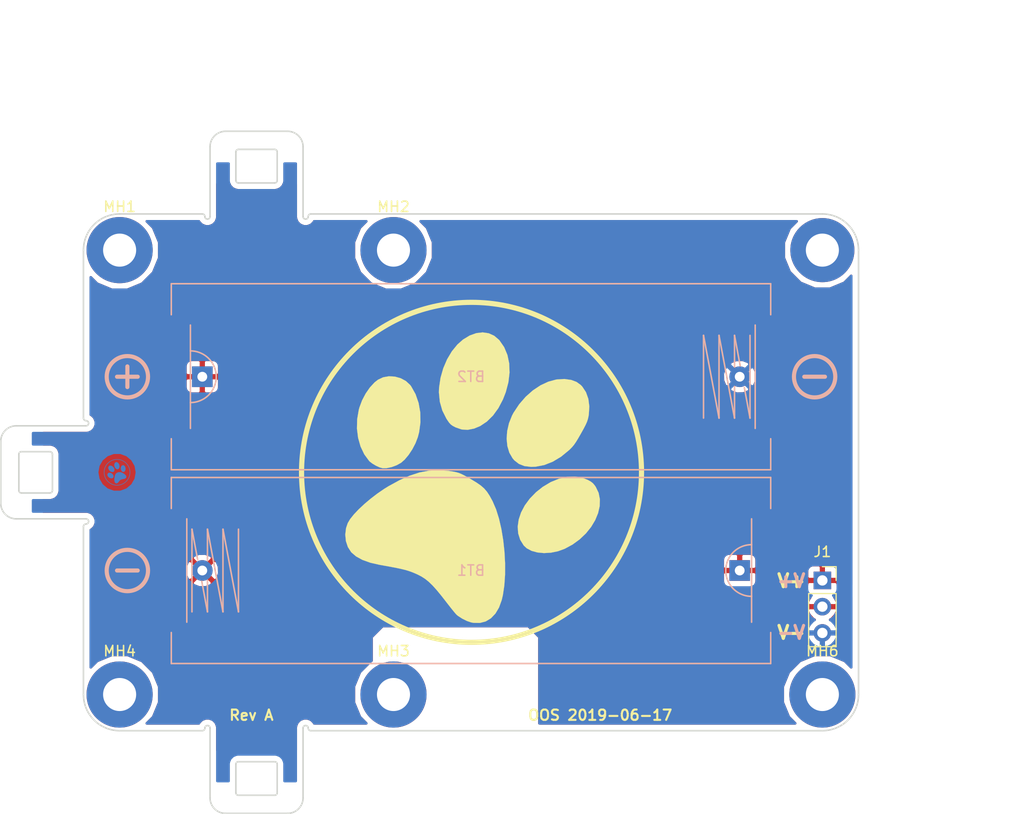
<source format=kicad_pcb>
(kicad_pcb (version 20171130) (host pcbnew "(5.0.0)")

  (general
    (thickness 1.6)
    (drawings 84)
    (tracks 0)
    (zones 0)
    (modules 11)
    (nets 4)
  )

  (page A4)
  (layers
    (0 F.Cu signal)
    (31 B.Cu signal)
    (32 B.Adhes user)
    (33 F.Adhes user)
    (34 B.Paste user)
    (35 F.Paste user)
    (36 B.SilkS user)
    (37 F.SilkS user)
    (38 B.Mask user)
    (39 F.Mask user)
    (40 Dwgs.User user)
    (41 Cmts.User user)
    (42 Eco1.User user)
    (43 Eco2.User user)
    (44 Edge.Cuts user)
    (45 Margin user)
    (46 B.CrtYd user)
    (47 F.CrtYd user)
    (48 B.Fab user)
    (49 F.Fab user)
  )

  (setup
    (last_trace_width 1)
    (trace_clearance 0.2)
    (zone_clearance 0.508)
    (zone_45_only no)
    (trace_min 0.2)
    (segment_width 0.2)
    (edge_width 0.15)
    (via_size 0.8)
    (via_drill 0.4)
    (via_min_size 0.4)
    (via_min_drill 0.3)
    (uvia_size 0.3)
    (uvia_drill 0.1)
    (uvias_allowed no)
    (uvia_min_size 0.2)
    (uvia_min_drill 0.1)
    (pcb_text_width 0.3)
    (pcb_text_size 1.5 1.5)
    (mod_edge_width 0.15)
    (mod_text_size 1 1)
    (mod_text_width 0.15)
    (pad_size 3.2 3.2)
    (pad_drill 3.2)
    (pad_to_mask_clearance 0.2)
    (solder_mask_min_width 0.25)
    (aux_axis_origin 0 0)
    (visible_elements 7FFFFFFF)
    (pcbplotparams
      (layerselection 0x010fc_ffffffff)
      (usegerberextensions false)
      (usegerberattributes false)
      (usegerberadvancedattributes false)
      (creategerberjobfile false)
      (excludeedgelayer true)
      (linewidth 0.100000)
      (plotframeref false)
      (viasonmask false)
      (mode 1)
      (useauxorigin false)
      (hpglpennumber 1)
      (hpglpenspeed 20)
      (hpglpendiameter 15.000000)
      (psnegative false)
      (psa4output false)
      (plotreference true)
      (plotvalue true)
      (plotinvisibletext false)
      (padsonsilk false)
      (subtractmaskfromsilk false)
      (outputformat 1)
      (mirror false)
      (drillshape 1)
      (scaleselection 1)
      (outputdirectory ""))
  )

  (net 0 "")
  (net 1 /V_MID)
  (net 2 /V_BAT)
  (net 3 /GND)

  (net_class Default "This is the default net class."
    (clearance 0.2)
    (trace_width 1)
    (via_dia 0.8)
    (via_drill 0.4)
    (uvia_dia 0.3)
    (uvia_drill 0.1)
    (add_net /GND)
    (add_net /V_BAT)
    (add_net /V_MID)
  )

  (module MountingHole:MountingHole_3.2mm_M3_Pad locked (layer F.Cu) (tedit 56D1B4CB) (tstamp 5CFA65DF)
    (at 33.5 53.5)
    (descr "Mounting Hole 3.2mm, M3")
    (tags "mounting hole 3.2mm m3")
    (path /5CF4DA0D)
    (attr virtual)
    (fp_text reference MH1 (at 0 -4.2) (layer F.SilkS)
      (effects (font (size 1 1) (thickness 0.15)))
    )
    (fp_text value "MountingHole M3" (at 0 4.2) (layer F.Fab)
      (effects (font (size 1 1) (thickness 0.15)))
    )
    (fp_circle (center 0 0) (end 3.45 0) (layer F.CrtYd) (width 0.05))
    (fp_circle (center 0 0) (end 3.2 0) (layer Cmts.User) (width 0.15))
    (fp_text user %R (at 0.3 0) (layer F.Fab)
      (effects (font (size 1 1) (thickness 0.15)))
    )
    (pad 1 thru_hole circle (at 0 0) (size 6.4 6.4) (drill 3.2) (layers *.Cu *.Mask))
  )

  (module MountingHole:MountingHole_3.2mm_M3_Pad locked (layer F.Cu) (tedit 56D1B4CB) (tstamp 5CFA65FC)
    (at 60 53.5)
    (descr "Mounting Hole 3.2mm, M3")
    (tags "mounting hole 3.2mm m3")
    (path /5CF4DA9E)
    (attr virtual)
    (fp_text reference MH2 (at 0 -4.2) (layer F.SilkS)
      (effects (font (size 1 1) (thickness 0.15)))
    )
    (fp_text value "MountingHole M3" (at 0 4.2) (layer F.Fab)
      (effects (font (size 1 1) (thickness 0.15)))
    )
    (fp_circle (center 0 0) (end 3.45 0) (layer F.CrtYd) (width 0.05))
    (fp_circle (center 0 0) (end 3.2 0) (layer Cmts.User) (width 0.15))
    (fp_text user %R (at 0.3 0) (layer F.Fab)
      (effects (font (size 1 1) (thickness 0.15)))
    )
    (pad 1 thru_hole circle (at 0 0) (size 6.4 6.4) (drill 3.2) (layers *.Cu *.Mask))
  )

  (module MountingHole:MountingHole_3.2mm_M3_Pad locked (layer F.Cu) (tedit 56D1B4CB) (tstamp 5CF44307)
    (at 60 96.5)
    (descr "Mounting Hole 3.2mm, M3")
    (tags "mounting hole 3.2mm m3")
    (path /5CF4DABE)
    (attr virtual)
    (fp_text reference MH3 (at 0 -4.2) (layer F.SilkS)
      (effects (font (size 1 1) (thickness 0.15)))
    )
    (fp_text value "MountingHole M3" (at 0 4.2) (layer F.Fab)
      (effects (font (size 1 1) (thickness 0.15)))
    )
    (fp_circle (center 0 0) (end 3.45 0) (layer F.CrtYd) (width 0.05))
    (fp_circle (center 0 0) (end 3.2 0) (layer Cmts.User) (width 0.15))
    (fp_text user %R (at 0.3 0) (layer F.Fab)
      (effects (font (size 1 1) (thickness 0.15)))
    )
    (pad 1 thru_hole circle (at 0 0) (size 6.4 6.4) (drill 3.2) (layers *.Cu *.Mask))
  )

  (module MountingHole:MountingHole_3.2mm_M3_Pad locked (layer F.Cu) (tedit 56D1B4CB) (tstamp 5CF51741)
    (at 33.5 96.5)
    (descr "Mounting Hole 3.2mm, M3")
    (tags "mounting hole 3.2mm m3")
    (path /5CF4DAE2)
    (attr virtual)
    (fp_text reference MH4 (at 0 -4.2) (layer F.SilkS)
      (effects (font (size 1 1) (thickness 0.15)))
    )
    (fp_text value "MountingHole M3" (at 0 4.2) (layer F.Fab)
      (effects (font (size 1 1) (thickness 0.15)))
    )
    (fp_circle (center 0 0) (end 3.45 0) (layer F.CrtYd) (width 0.05))
    (fp_circle (center 0 0) (end 3.2 0) (layer Cmts.User) (width 0.15))
    (fp_text user %R (at 0.3 0) (layer F.Fab)
      (effects (font (size 1 1) (thickness 0.15)))
    )
    (pad 1 thru_hole circle (at 0 0) (size 6.4 6.4) (drill 3.2) (layers *.Cu *.Mask))
  )

  (module MountingHole:MountingHole_3.2mm_M3_Pad locked (layer F.Cu) (tedit 56D1B4CB) (tstamp 5CF51762)
    (at 101.5 96.5)
    (descr "Mounting Hole 3.2mm, M3")
    (tags "mounting hole 3.2mm m3")
    (path /5CF452BC)
    (attr virtual)
    (fp_text reference MH6 (at 0 -4.2) (layer F.SilkS)
      (effects (font (size 1 1) (thickness 0.15)))
    )
    (fp_text value "MountingHole M3" (at 0 4.2) (layer F.Fab)
      (effects (font (size 1 1) (thickness 0.15)))
    )
    (fp_circle (center 0 0) (end 3.45 0) (layer F.CrtYd) (width 0.05))
    (fp_circle (center 0 0) (end 3.2 0) (layer Cmts.User) (width 0.15))
    (fp_text user %R (at 0.3 0) (layer F.Fab)
      (effects (font (size 1 1) (thickness 0.15)))
    )
    (pad 1 thru_hole circle (at 0 0) (size 6.4 6.4) (drill 3.2) (layers *.Cu *.Mask))
  )

  (module humidity:MountingHole_3.2mm_M3 (layer F.Cu) (tedit 5D072701) (tstamp 5CF66D0C)
    (at 101.5 53.5)
    (descr "Mounting Hole 3.2mm, no annular, M3")
    (tags "mounting hole 3.2mm no annular m3")
    (path /5CF45294)
    (attr virtual)
    (fp_text reference MH5 (at 0 -4.2) (layer F.SilkS) hide
      (effects (font (size 1 1) (thickness 0.15)))
    )
    (fp_text value "MountingHole M3" (at 0 4.2) (layer F.Fab)
      (effects (font (size 1 1) (thickness 0.15)))
    )
    (fp_circle (center 0 0) (end 3.45 0) (layer F.CrtYd) (width 0.05))
    (fp_circle (center 0 0) (end 3.2 0) (layer Cmts.User) (width 0.15))
    (fp_text user %R (at 0.3 0) (layer F.Fab)
      (effects (font (size 1 1) (thickness 0.15)))
    )
    (pad "" np_thru_hole circle (at 0 0) (size 6.2 6.2) (drill 3.2) (layers *.Cu *.Mask))
  )

  (module humidity:AA_Battery_Holder (layer B.Cu) (tedit 5CF45011) (tstamp 5CF54BC8)
    (at 67.5 84.5 180)
    (path /5CF4D46F)
    (fp_text reference BT1 (at 0 0 180) (layer B.SilkS)
      (effects (font (size 1 1) (thickness 0.15)) (justify mirror))
    )
    (fp_text value Battery_Cell (at 0 -6.5 180) (layer B.Fab)
      (effects (font (size 1 1) (thickness 0.15)) (justify mirror))
    )
    (fp_line (start -28.5 8.5) (end 28.5 8.5) (layer B.Fab) (width 0.15))
    (fp_line (start -28.5 -8.5) (end 28.5 -8.5) (layer B.Fab) (width 0.15))
    (fp_line (start 28.5 -8.5) (end 28.5 8.5) (layer B.Fab) (width 0.15))
    (fp_line (start -28.5 8.5) (end -28.5 -8.5) (layer B.Fab) (width 0.15))
    (fp_circle (center -32.5 0) (end -30.5 0) (layer B.Fab) (width 0.15))
    (fp_line (start -32.5 1) (end -32.5 -1) (layer B.Fab) (width 0.15))
    (fp_line (start -31.5 0) (end -33.5 0) (layer B.Fab) (width 0.15))
    (fp_circle (center 32.5 0) (end 34.5 0) (layer B.Fab) (width 0.15))
    (fp_line (start 33.5 0) (end 31.5 0) (layer B.Fab) (width 0.15))
    (fp_line (start -29 9) (end 29 9) (layer B.SilkS) (width 0.15))
    (fp_line (start 29 9) (end 29 6) (layer B.SilkS) (width 0.15))
    (fp_line (start -29 9) (end -29 6) (layer B.SilkS) (width 0.15))
    (fp_line (start -29 -6) (end -29 -9) (layer B.SilkS) (width 0.15))
    (fp_line (start -29 -9) (end 29 -9) (layer B.SilkS) (width 0.15))
    (fp_line (start 29 -9) (end 29 -6) (layer B.SilkS) (width 0.15))
    (fp_line (start -27.15 5) (end -27.15 -5) (layer B.SilkS) (width 0.15))
    (fp_arc (start -27.15 0) (end -27.15 -2.5) (angle 180) (layer B.SilkS) (width 0.15))
    (fp_line (start 27.5 5) (end 27.5 -5) (layer B.SilkS) (width 0.15))
    (fp_line (start 27 4) (end 27 -4) (layer B.SilkS) (width 0.15))
    (fp_line (start 24 4) (end 24 -4) (layer B.SilkS) (width 0.15))
    (fp_line (start 22.5 4) (end 22.5 -4) (layer B.SilkS) (width 0.15))
    (fp_line (start 24 4) (end 22.5 -4) (layer B.SilkS) (width 0.15))
    (fp_line (start 25.5 4) (end 24 -4) (layer B.SilkS) (width 0.15))
    (fp_line (start -30 10) (end 30 10) (layer F.CrtYd) (width 0.15))
    (fp_line (start 30 10) (end 30 -10) (layer F.CrtYd) (width 0.15))
    (fp_line (start 30 -10) (end -30 -10) (layer F.CrtYd) (width 0.15))
    (fp_line (start -30 -10) (end -30 10) (layer F.CrtYd) (width 0.15))
    (fp_line (start 27 4) (end 26.45 1.05) (layer B.SilkS) (width 0.15))
    (fp_line (start 25.5 -4) (end 26.05 -1.05) (layer B.SilkS) (width 0.15))
    (fp_line (start 25.5 -4) (end 25.5 -0.95) (layer B.SilkS) (width 0.15))
    (fp_line (start 25.5 4) (end 25.5 0.95) (layer B.SilkS) (width 0.15))
    (pad 1 thru_hole rect (at -26 0 90) (size 2 2) (drill 0.95) (layers *.Cu *.Mask)
      (net 2 /V_BAT))
    (pad 2 thru_hole circle (at 26 0 90) (size 2 2) (drill 0.95) (layers *.Cu *.Mask)
      (net 1 /V_MID))
    (model "../lib/3d/Battery Holder.step"
      (at (xyz 0 0 0))
      (scale (xyz 1 1 1))
      (rotate (xyz 0 0 180))
    )
  )

  (module humidity:AA_Battery_Holder (layer B.Cu) (tedit 5CF45011) (tstamp 5CF54363)
    (at 67.5 65.75)
    (path /5CF4D50A)
    (fp_text reference BT2 (at 0 0) (layer B.SilkS)
      (effects (font (size 1 1) (thickness 0.15)) (justify mirror))
    )
    (fp_text value Battery_Cell (at 0 -6.5) (layer B.Fab)
      (effects (font (size 1 1) (thickness 0.15)) (justify mirror))
    )
    (fp_line (start -28.5 8.5) (end 28.5 8.5) (layer B.Fab) (width 0.15))
    (fp_line (start -28.5 -8.5) (end 28.5 -8.5) (layer B.Fab) (width 0.15))
    (fp_line (start 28.5 -8.5) (end 28.5 8.5) (layer B.Fab) (width 0.15))
    (fp_line (start -28.5 8.5) (end -28.5 -8.5) (layer B.Fab) (width 0.15))
    (fp_circle (center -32.5 0) (end -30.5 0) (layer B.Fab) (width 0.15))
    (fp_line (start -32.5 1) (end -32.5 -1) (layer B.Fab) (width 0.15))
    (fp_line (start -31.5 0) (end -33.5 0) (layer B.Fab) (width 0.15))
    (fp_circle (center 32.5 0) (end 34.5 0) (layer B.Fab) (width 0.15))
    (fp_line (start 33.5 0) (end 31.5 0) (layer B.Fab) (width 0.15))
    (fp_line (start -29 9) (end 29 9) (layer B.SilkS) (width 0.15))
    (fp_line (start 29 9) (end 29 6) (layer B.SilkS) (width 0.15))
    (fp_line (start -29 9) (end -29 6) (layer B.SilkS) (width 0.15))
    (fp_line (start -29 -6) (end -29 -9) (layer B.SilkS) (width 0.15))
    (fp_line (start -29 -9) (end 29 -9) (layer B.SilkS) (width 0.15))
    (fp_line (start 29 -9) (end 29 -6) (layer B.SilkS) (width 0.15))
    (fp_line (start -27.15 5) (end -27.15 -5) (layer B.SilkS) (width 0.15))
    (fp_arc (start -27.15 0) (end -27.15 -2.5) (angle 180) (layer B.SilkS) (width 0.15))
    (fp_line (start 27.5 5) (end 27.5 -5) (layer B.SilkS) (width 0.15))
    (fp_line (start 27 4) (end 27 -4) (layer B.SilkS) (width 0.15))
    (fp_line (start 24 4) (end 24 -4) (layer B.SilkS) (width 0.15))
    (fp_line (start 22.5 4) (end 22.5 -4) (layer B.SilkS) (width 0.15))
    (fp_line (start 24 4) (end 22.5 -4) (layer B.SilkS) (width 0.15))
    (fp_line (start 25.5 4) (end 24 -4) (layer B.SilkS) (width 0.15))
    (fp_line (start -30 10) (end 30 10) (layer F.CrtYd) (width 0.15))
    (fp_line (start 30 10) (end 30 -10) (layer F.CrtYd) (width 0.15))
    (fp_line (start 30 -10) (end -30 -10) (layer F.CrtYd) (width 0.15))
    (fp_line (start -30 -10) (end -30 10) (layer F.CrtYd) (width 0.15))
    (fp_line (start 27 4) (end 26.45 1.05) (layer B.SilkS) (width 0.15))
    (fp_line (start 25.5 -4) (end 26.05 -1.05) (layer B.SilkS) (width 0.15))
    (fp_line (start 25.5 -4) (end 25.5 -0.95) (layer B.SilkS) (width 0.15))
    (fp_line (start 25.5 4) (end 25.5 0.95) (layer B.SilkS) (width 0.15))
    (pad 1 thru_hole rect (at -26 0 270) (size 2 2) (drill 0.95) (layers *.Cu *.Mask)
      (net 1 /V_MID))
    (pad 2 thru_hole circle (at 26 0 270) (size 2 2) (drill 0.95) (layers *.Cu *.Mask)
      (net 3 /GND))
    (model "../lib/3d/Battery Holder.step"
      (at (xyz 0 0 0))
      (scale (xyz 1 1 1))
      (rotate (xyz 0 0 180))
    )
  )

  (module Connector_PinSocket_2.54mm:PinSocket_1x03_P2.54mm_Vertical (layer F.Cu) (tedit 5A19A429) (tstamp 5CF5150F)
    (at 101.5 85.46)
    (descr "Through hole straight socket strip, 1x03, 2.54mm pitch, single row (from Kicad 4.0.7), script generated")
    (tags "Through hole socket strip THT 1x03 2.54mm single row")
    (path /5CF4D605)
    (fp_text reference J1 (at 0 -2.77) (layer F.SilkS)
      (effects (font (size 1 1) (thickness 0.15)))
    )
    (fp_text value Conn_01x03_Male (at 0 7.85) (layer F.Fab)
      (effects (font (size 1 1) (thickness 0.15)))
    )
    (fp_text user %R (at 0 2.54 90) (layer F.Fab)
      (effects (font (size 1 1) (thickness 0.15)))
    )
    (fp_line (start -1.8 6.85) (end -1.8 -1.8) (layer F.CrtYd) (width 0.05))
    (fp_line (start 1.75 6.85) (end -1.8 6.85) (layer F.CrtYd) (width 0.05))
    (fp_line (start 1.75 -1.8) (end 1.75 6.85) (layer F.CrtYd) (width 0.05))
    (fp_line (start -1.8 -1.8) (end 1.75 -1.8) (layer F.CrtYd) (width 0.05))
    (fp_line (start 0 -1.33) (end 1.33 -1.33) (layer F.SilkS) (width 0.12))
    (fp_line (start 1.33 -1.33) (end 1.33 0) (layer F.SilkS) (width 0.12))
    (fp_line (start 1.33 1.27) (end 1.33 6.41) (layer F.SilkS) (width 0.12))
    (fp_line (start -1.33 6.41) (end 1.33 6.41) (layer F.SilkS) (width 0.12))
    (fp_line (start -1.33 1.27) (end -1.33 6.41) (layer F.SilkS) (width 0.12))
    (fp_line (start -1.33 1.27) (end 1.33 1.27) (layer F.SilkS) (width 0.12))
    (fp_line (start -1.27 6.35) (end -1.27 -1.27) (layer F.Fab) (width 0.1))
    (fp_line (start 1.27 6.35) (end -1.27 6.35) (layer F.Fab) (width 0.1))
    (fp_line (start 1.27 -0.635) (end 1.27 6.35) (layer F.Fab) (width 0.1))
    (fp_line (start 0.635 -1.27) (end 1.27 -0.635) (layer F.Fab) (width 0.1))
    (fp_line (start -1.27 -1.27) (end 0.635 -1.27) (layer F.Fab) (width 0.1))
    (pad 3 thru_hole oval (at 0 5.08) (size 1.7 1.7) (drill 1) (layers *.Cu *.Mask)
      (net 3 /GND))
    (pad 2 thru_hole oval (at 0 2.54) (size 1.7 1.7) (drill 1) (layers *.Cu *.Mask)
      (net 1 /V_MID))
    (pad 1 thru_hole rect (at 0 0) (size 1.7 1.7) (drill 1) (layers *.Cu *.Mask)
      (net 2 /V_BAT))
    (model ${KISYS3DMOD}/Connector_PinSocket_2.54mm.3dshapes/PinSocket_1x03_P2.54mm_Vertical.wrl
      (at (xyz 0 0 0))
      (scale (xyz 1 1 1))
      (rotate (xyz 0 0 0))
    )
  )

  (module humidity:paw-larger-screen (layer F.Cu) (tedit 0) (tstamp 5CF50D37)
    (at 67.5 75 330)
    (fp_text reference G*** (at 0 0 330) (layer F.SilkS) hide
      (effects (font (size 1.524 1.524) (thickness 0.3)))
    )
    (fp_text value LOGO (at 0.75 0 330) (layer F.SilkS) hide
      (effects (font (size 1.524 1.524) (thickness 0.3)))
    )
    (fp_poly (pts (xy 4.963449 -12.63188) (xy 5.174383 -12.570315) (xy 5.761268 -12.276832) (xy 6.283354 -11.830736)
      (xy 6.726656 -11.247728) (xy 7.077189 -10.54351) (xy 7.146823 -10.355728) (xy 7.222677 -10.109436)
      (xy 7.275373 -9.854222) (xy 7.309231 -9.54946) (xy 7.328572 -9.154529) (xy 7.337714 -8.628804)
      (xy 7.338332 -8.554862) (xy 7.338937 -8.018582) (xy 7.32836 -7.613733) (xy 7.302231 -7.2955)
      (xy 7.256182 -7.019067) (xy 7.185846 -6.739618) (xy 7.149219 -6.614584) (xy 6.795096 -5.673124)
      (xy 6.337754 -4.848987) (xy 5.785939 -4.154128) (xy 5.148396 -3.600498) (xy 4.771465 -3.36442)
      (xy 4.178274 -3.110268) (xy 3.61456 -3.022604) (xy 3.059188 -3.099536) (xy 2.804273 -3.188207)
      (xy 2.26183 -3.501561) (xy 1.776918 -3.959916) (xy 1.363534 -4.537773) (xy 1.035674 -5.209633)
      (xy 0.807333 -5.949996) (xy 0.692509 -6.733365) (xy 0.681496 -7.055556) (xy 0.743869 -8.040652)
      (xy 0.926449 -8.981526) (xy 1.219211 -9.858333) (xy 1.612128 -10.651228) (xy 2.095176 -11.340366)
      (xy 2.658329 -11.9059) (xy 3.291562 -12.327987) (xy 3.363135 -12.36387) (xy 3.944429 -12.594056)
      (xy 4.466077 -12.682049) (xy 4.963449 -12.63188)) (layer F.SilkS) (width 0.01))
    (fp_poly (pts (xy -4.056889 -12.457072) (xy -3.99769 -12.437182) (xy -3.275127 -12.093377) (xy -2.627618 -11.60044)
      (xy -2.0639 -10.971634) (xy -1.59271 -10.220224) (xy -1.222786 -9.359474) (xy -0.962864 -8.402648)
      (xy -0.848084 -7.655612) (xy -0.810066 -6.704052) (xy -0.903785 -5.820453) (xy -1.125061 -5.020719)
      (xy -1.469712 -4.320755) (xy -1.858014 -3.814538) (xy -2.335703 -3.398123) (xy -2.854964 -3.140425)
      (xy -3.451816 -3.023866) (xy -3.482944 -3.021526) (xy -3.774067 -3.009033) (xy -4.001553 -3.030097)
      (xy -4.227265 -3.100005) (xy -4.513067 -3.234049) (xy -4.668625 -3.314576) (xy -5.393101 -3.791024)
      (xy -6.028262 -4.407272) (xy -6.554194 -5.142119) (xy -6.774193 -5.556251) (xy -7.126785 -6.450047)
      (xy -7.359825 -7.37737) (xy -7.471467 -8.307881) (xy -7.459862 -9.211241) (xy -7.323163 -10.057112)
      (xy -7.090356 -10.747108) (xy -6.729388 -11.402492) (xy -6.292355 -11.919677) (xy -5.792922 -12.291196)
      (xy -5.244756 -12.509581) (xy -4.661523 -12.567362) (xy -4.056889 -12.457072)) (layer F.SilkS) (width 0.01))
    (fp_poly (pts (xy 10.750894 -4.983857) (xy 11.015912 -4.886) (xy 11.165793 -4.813056) (xy 11.68858 -4.454418)
      (xy 12.106681 -3.975259) (xy 12.418979 -3.394888) (xy 12.624357 -2.732612) (xy 12.721696 -2.00774)
      (xy 12.709879 -1.239579) (xy 12.587787 -0.447437) (xy 12.354303 0.349378) (xy 12.008309 1.131558)
      (xy 11.552951 1.873806) (xy 11.102202 2.411248) (xy 10.582034 2.870319) (xy 10.019199 3.238312)
      (xy 9.440448 3.502514) (xy 8.872534 3.650218) (xy 8.342207 3.668714) (xy 7.960026 3.580811)
      (xy 7.384242 3.272596) (xy 6.910474 2.837534) (xy 6.542345 2.292576) (xy 6.283478 1.654676)
      (xy 6.137497 0.940785) (xy 6.108026 0.167856) (xy 6.198686 -0.647159) (xy 6.413103 -1.487307)
      (xy 6.713974 -2.248959) (xy 7.15276 -3.039313) (xy 7.675904 -3.715408) (xy 8.267357 -4.264266)
      (xy 8.911073 -4.672905) (xy 9.591002 -4.928348) (xy 10.130968 -5.012588) (xy 10.483434 -5.020746)
      (xy 10.750894 -4.983857)) (layer F.SilkS) (width 0.01))
    (fp_poly (pts (xy -9.325255 -4.377981) (xy -9.183395 -4.318128) (xy -8.426367 -3.867746) (xy -7.740618 -3.273354)
      (xy -7.144186 -2.558447) (xy -6.655107 -1.74652) (xy -6.291419 -0.861067) (xy -6.157081 -0.376092)
      (xy -6.05807 0.246261) (xy -6.029836 0.910526) (xy -6.069483 1.563261) (xy -6.174115 2.151026)
      (xy -6.316799 2.570238) (xy -6.568241 2.997143) (xy -6.904995 3.40257) (xy -7.279217 3.735984)
      (xy -7.605412 3.931378) (xy -7.889417 4.005809) (xy -8.266458 4.042893) (xy -8.663092 4.040512)
      (xy -9.00588 3.996548) (xy -9.089633 3.974175) (xy -9.820363 3.652844) (xy -10.505881 3.179071)
      (xy -11.127761 2.574597) (xy -11.66758 1.861163) (xy -12.106913 1.06051) (xy -12.427334 0.194378)
      (xy -12.488238 -0.036157) (xy -12.609899 -0.75937) (xy -12.639048 -1.504665) (xy -12.578805 -2.224281)
      (xy -12.432291 -2.870456) (xy -12.277735 -3.258209) (xy -11.959684 -3.714485) (xy -11.52522 -4.078934)
      (xy -11.009442 -4.339532) (xy -10.447455 -4.484255) (xy -9.874358 -4.501079) (xy -9.325255 -4.377981)) (layer F.SilkS) (width 0.01))
    (fp_poly (pts (xy 0.339799 0.577748) (xy 0.962634 0.590402) (xy 1.462602 0.631939) (xy 1.886047 0.71536)
      (xy 2.279311 0.853665) (xy 2.688737 1.059856) (xy 3.160669 1.346934) (xy 3.221959 1.386312)
      (xy 3.892994 1.886712) (xy 4.590818 2.529725) (xy 5.296218 3.288169) (xy 5.989978 4.134857)
      (xy 6.652884 5.042605) (xy 7.265723 5.984227) (xy 7.809278 6.93254) (xy 8.264337 7.860357)
      (xy 8.611685 8.740494) (xy 8.755335 9.215047) (xy 8.890324 9.972674) (xy 8.881614 10.658829)
      (xy 8.733578 11.263595) (xy 8.450591 11.777053) (xy 8.037026 12.189285) (xy 7.497258 12.490373)
      (xy 7.276365 12.568577) (xy 6.851906 12.653621) (xy 6.352179 12.685837) (xy 5.865088 12.661539)
      (xy 5.692595 12.634999) (xy 5.54209 12.588847) (xy 5.267279 12.488786) (xy 4.901205 12.347431)
      (xy 4.476914 12.177401) (xy 4.248448 12.083582) (xy 3.464425 11.766501) (xy 2.806048 11.520273)
      (xy 2.245938 11.33912) (xy 1.756713 11.217264) (xy 1.310991 11.148925) (xy 0.881391 11.128326)
      (xy 0.440533 11.149689) (xy 0.04164 11.195813) (xy -0.23626 11.238643) (xy -0.509382 11.29238)
      (xy -0.802193 11.364447) (xy -1.139158 11.462267) (xy -1.544743 11.593263) (xy -2.043416 11.764859)
      (xy -2.659643 11.984477) (xy -3.185619 12.174966) (xy -4.06449 12.445983) (xy -4.858326 12.590594)
      (xy -5.557228 12.607771) (xy -6.151296 12.496487) (xy -6.182237 12.4861) (xy -6.703823 12.217663)
      (xy -7.159242 11.811287) (xy -7.523808 11.300086) (xy -7.772834 10.717173) (xy -7.872541 10.218809)
      (xy -7.866825 9.768041) (xy -7.780504 9.197435) (xy -7.623126 8.536657) (xy -7.40424 7.815376)
      (xy -7.133395 7.06326) (xy -6.820142 6.309977) (xy -6.474029 5.585194) (xy -6.242794 5.155488)
      (xy -5.610259 4.117593) (xy -4.970727 3.238599) (xy -4.305618 2.50143) (xy -3.596355 1.889011)
      (xy -2.824356 1.384263) (xy -1.971043 0.970111) (xy -1.486622 0.784037) (xy -1.225363 0.698341)
      (xy -0.982117 0.639532) (xy -0.715344 0.602919) (xy -0.383506 0.58381) (xy 0.054937 0.577513)
      (xy 0.339799 0.577748)) (layer F.SilkS) (width 0.01))
  )

  (module humidity:paw-cu-circ (layer B.Cu) (tedit 0) (tstamp 5CF50E4D)
    (at 33.25 75 210)
    (fp_text reference G*** (at 0 0 210) (layer B.SilkS) hide
      (effects (font (size 1.524 1.524) (thickness 0.3)) (justify mirror))
    )
    (fp_text value LOGO (at 0.75 0 210) (layer B.SilkS) hide
      (effects (font (size 1.524 1.524) (thickness 0.3)) (justify mirror))
    )
    (fp_circle (center 0 0) (end -1.25 0) (layer B.Cu) (width 0.05))
    (fp_poly (pts (xy 1.4 0) (xy 1.373099 0.273126) (xy 1.293431 0.535757) (xy 1.164057 0.777798)
      (xy 0.989949 0.989949) (xy 0.777798 1.164057) (xy 0.535757 1.293431) (xy 0.273126 1.373099)
      (xy 0 1.4) (xy -0.273126 1.373099) (xy -0.535757 1.293431) (xy -0.777798 1.164057)
      (xy -0.989949 0.989949) (xy -1.164057 0.777798) (xy -1.293431 0.535757) (xy -1.373099 0.273126)
      (xy -1.4 0) (xy -1.373099 -0.273126) (xy -1.293431 -0.535757) (xy -1.164057 -0.777798)
      (xy -0.989949 -0.989949) (xy -0.777798 -1.164057) (xy -0.535757 -1.293431) (xy -0.273126 -1.373099)
      (xy 0 -1.4) (xy 0.273126 -1.373099) (xy 0.535757 -1.293431) (xy 0.777798 -1.164057)
      (xy 0.989949 -0.989949) (xy 1.164057 -0.777798) (xy 1.293431 -0.535757) (xy 1.373099 -0.273126)) (layer B.Mask) (width 0.01))
    (fp_poly (pts (xy 0.371017 0.909496) (xy 0.386785 0.905063) (xy 0.430654 0.883932) (xy 0.46968 0.851813)
      (xy 0.502817 0.809837) (xy 0.529019 0.759133) (xy 0.534225 0.745613) (xy 0.539895 0.72788)
      (xy 0.543834 0.709504) (xy 0.546365 0.687562) (xy 0.54781 0.659127) (xy 0.548494 0.621274)
      (xy 0.54854 0.61595) (xy 0.548585 0.577338) (xy 0.547794 0.548189) (xy 0.545841 0.525276)
      (xy 0.542399 0.505373) (xy 0.537141 0.485253) (xy 0.534404 0.47625) (xy 0.507933 0.408465)
      (xy 0.473747 0.349128) (xy 0.432498 0.299098) (xy 0.384842 0.259236) (xy 0.356667 0.242239)
      (xy 0.312326 0.22394) (xy 0.270188 0.217628) (xy 0.228674 0.223167) (xy 0.209619 0.229551)
      (xy 0.169071 0.252113) (xy 0.132824 0.285114) (xy 0.101924 0.32672) (xy 0.077416 0.375094)
      (xy 0.060348 0.4284) (xy 0.051765 0.484803) (xy 0.050941 0.508) (xy 0.055604 0.578927)
      (xy 0.069252 0.64667) (xy 0.091136 0.7098) (xy 0.120506 0.766889) (xy 0.156614 0.816507)
      (xy 0.19871 0.857225) (xy 0.246044 0.887616) (xy 0.251394 0.890199) (xy 0.294846 0.906773)
      (xy 0.333839 0.913108) (xy 0.371017 0.909496)) (layer B.Cu) (width 0.01))
    (fp_poly (pts (xy -0.303253 0.89691) (xy -0.298828 0.895478) (xy -0.244816 0.870724) (xy -0.196415 0.835232)
      (xy -0.154277 0.789958) (xy -0.119056 0.735857) (xy -0.091404 0.673883) (xy -0.071975 0.604991)
      (xy -0.063395 0.551205) (xy -0.060553 0.482692) (xy -0.067558 0.419073) (xy -0.084099 0.361492)
      (xy -0.109861 0.311095) (xy -0.138887 0.274647) (xy -0.174594 0.244665) (xy -0.213409 0.226111)
      (xy -0.258024 0.217719) (xy -0.26035 0.21755) (xy -0.282112 0.216651) (xy -0.299117 0.218167)
      (xy -0.315989 0.223201) (xy -0.337352 0.232852) (xy -0.34898 0.23865) (xy -0.403135 0.272954)
      (xy -0.450613 0.317324) (xy -0.489926 0.370233) (xy -0.506371 0.40005) (xy -0.532728 0.464404)
      (xy -0.550147 0.531171) (xy -0.558493 0.598168) (xy -0.557625 0.66321) (xy -0.547407 0.724113)
      (xy -0.530005 0.773792) (xy -0.503022 0.82098) (xy -0.470354 0.858217) (xy -0.433021 0.884967)
      (xy -0.392046 0.90069) (xy -0.348449 0.904851) (xy -0.303253 0.89691)) (layer B.Cu) (width 0.01))
    (fp_poly (pts (xy 0.803629 0.358838) (xy 0.823439 0.351792) (xy 0.834643 0.34654) (xy 0.873721 0.320719)
      (xy 0.904974 0.286219) (xy 0.928318 0.244432) (xy 0.94367 0.196749) (xy 0.950946 0.144558)
      (xy 0.950063 0.08925) (xy 0.940937 0.032216) (xy 0.923484 -0.025155) (xy 0.897621 -0.081472)
      (xy 0.863583 -0.134914) (xy 0.829889 -0.173609) (xy 0.791007 -0.206663) (xy 0.748935 -0.233158)
      (xy 0.705673 -0.252181) (xy 0.663221 -0.262815) (xy 0.62358 -0.264147) (xy 0.595011 -0.257818)
      (xy 0.551972 -0.235626) (xy 0.516557 -0.204302) (xy 0.48904 -0.165065) (xy 0.46969 -0.119136)
      (xy 0.458777 -0.067736) (xy 0.456574 -0.012085) (xy 0.463351 0.046596) (xy 0.479379 0.107087)
      (xy 0.501869 0.161925) (xy 0.534668 0.218831) (xy 0.573773 0.26751) (xy 0.617984 0.307028)
      (xy 0.666102 0.33645) (xy 0.716927 0.354842) (xy 0.757289 0.360907) (xy 0.783636 0.361494)
      (xy 0.803629 0.358838)) (layer B.Cu) (width 0.01))
    (fp_poly (pts (xy -0.697063 0.315215) (xy -0.686459 0.310906) (xy -0.629871 0.278478) (xy -0.578612 0.235682)
      (xy -0.534028 0.184209) (xy -0.49747 0.12575) (xy -0.470284 0.061997) (xy -0.460242 0.027079)
      (xy -0.452841 -0.01773) (xy -0.450731 -0.065557) (xy -0.453694 -0.112554) (xy -0.461516 -0.154873)
      (xy -0.472181 -0.185057) (xy -0.490976 -0.215794) (xy -0.516149 -0.244985) (xy -0.544122 -0.26899)
      (xy -0.568505 -0.283059) (xy -0.589734 -0.288418) (xy -0.617918 -0.291088) (xy -0.647567 -0.290916)
      (xy -0.67319 -0.287751) (xy -0.67945 -0.28614) (xy -0.734073 -0.263004) (xy -0.785315 -0.228893)
      (xy -0.831801 -0.185371) (xy -0.872152 -0.134003) (xy -0.904992 -0.076356) (xy -0.928944 -0.013995)
      (xy -0.933496 0.002604) (xy -0.94259 0.054675) (xy -0.944769 0.108336) (xy -0.940266 0.160149)
      (xy -0.929314 0.206673) (xy -0.917761 0.234591) (xy -0.893987 0.267443) (xy -0.861511 0.293684)
      (xy -0.822956 0.312447) (xy -0.780948 0.322867) (xy -0.738109 0.324078) (xy -0.697063 0.315215)) (layer B.Cu) (width 0.01))
    (fp_poly (pts (xy 0.0254 -0.041597) (xy 0.071956 -0.042508) (xy 0.109329 -0.045499) (xy 0.140982 -0.051505)
      (xy 0.170378 -0.061463) (xy 0.200983 -0.076309) (xy 0.23626 -0.096979) (xy 0.240841 -0.099814)
      (xy 0.291001 -0.135843) (xy 0.343163 -0.18214) (xy 0.395892 -0.236748) (xy 0.44775 -0.297709)
      (xy 0.497303 -0.363067) (xy 0.543112 -0.430864) (xy 0.583743 -0.499142) (xy 0.617759 -0.565945)
      (xy 0.643723 -0.629315) (xy 0.654461 -0.663483) (xy 0.664551 -0.718032) (xy 0.6639 -0.767435)
      (xy 0.652835 -0.810978) (xy 0.631681 -0.847947) (xy 0.600767 -0.877628) (xy 0.56042 -0.899306)
      (xy 0.543908 -0.904937) (xy 0.51218 -0.91106) (xy 0.474825 -0.91338) (xy 0.438415 -0.91163)
      (xy 0.425521 -0.909719) (xy 0.414271 -0.906397) (xy 0.393729 -0.899192) (xy 0.366365 -0.889015)
      (xy 0.334649 -0.876772) (xy 0.317571 -0.870017) (xy 0.258965 -0.847188) (xy 0.209752 -0.829459)
      (xy 0.167883 -0.816416) (xy 0.131314 -0.807643) (xy 0.097996 -0.802722) (xy 0.065884 -0.801239)
      (xy 0.032929 -0.802777) (xy 0.003112 -0.806098) (xy -0.017661 -0.809182) (xy -0.038077 -0.813051)
      (xy -0.059964 -0.81824) (xy -0.085152 -0.825283) (xy -0.11547 -0.834714) (xy -0.152746 -0.847069)
      (xy -0.198809 -0.862882) (xy -0.238125 -0.876597) (xy -0.303821 -0.89611) (xy -0.36316 -0.906522)
      (xy -0.415403 -0.907759) (xy -0.45981 -0.899747) (xy -0.462123 -0.898999) (xy -0.501111 -0.879671)
      (xy -0.535154 -0.850412) (xy -0.562405 -0.813606) (xy -0.58102 -0.771636) (xy -0.588473 -0.735754)
      (xy -0.588046 -0.703299) (xy -0.581593 -0.662215) (xy -0.569829 -0.614639) (xy -0.553467 -0.562707)
      (xy -0.533222 -0.508554) (xy -0.509806 -0.454318) (xy -0.483934 -0.402133) (xy -0.466649 -0.371195)
      (xy -0.419367 -0.296466) (xy -0.371562 -0.233179) (xy -0.321845 -0.180103) (xy -0.268828 -0.136008)
      (xy -0.211121 -0.099666) (xy -0.147336 -0.069848) (xy -0.111125 -0.05645) (xy -0.091596 -0.05028)
      (xy -0.073414 -0.046046) (xy -0.053472 -0.04341) (xy -0.028668 -0.042034) (xy 0.004106 -0.04158)
      (xy 0.0254 -0.041597)) (layer B.Cu) (width 0.01))
  )

  (gr_line (start 41.5 100) (end 33.5 100) (layer Edge.Cuts) (width 0.15))
  (gr_arc (start 48.5 106) (end 48.5 106.25) (angle -90) (layer Edge.Cuts) (width 0.15) (tstamp 5CFA66B5))
  (gr_arc (start 48.5 103.25) (end 48.75 103.25) (angle -90) (layer Edge.Cuts) (width 0.15) (tstamp 5CFA66B4))
  (gr_arc (start 41.5 99.75) (end 41.5 100) (angle -90) (layer Edge.Cuts) (width 0.15) (tstamp 5CFA66B3))
  (gr_line (start 48.75 106) (end 48.75 103.25) (layer Edge.Cuts) (width 0.15) (tstamp 5CFA66B2))
  (gr_line (start 43.75 108) (end 49.75 108) (layer Edge.Cuts) (width 0.15) (tstamp 5CFA66B1))
  (gr_line (start 42.25 99.75) (end 42.25 106.5) (layer Edge.Cuts) (width 0.15) (tstamp 5CFA66B0))
  (gr_line (start 44.75 103.25) (end 44.75 106) (layer Edge.Cuts) (width 0.15) (tstamp 5CFA66AF))
  (gr_line (start 51.25 106.5) (end 51.25 99.75) (layer Edge.Cuts) (width 0.15) (tstamp 5CFA66AE))
  (gr_arc (start 45 103.25) (end 45 103) (angle -90) (layer Edge.Cuts) (width 0.15) (tstamp 5CFA66AD))
  (gr_line (start 48.5 103) (end 45 103) (layer Edge.Cuts) (width 0.15) (tstamp 5CFA66AC))
  (gr_arc (start 45 106) (end 44.75 106) (angle -90) (layer Edge.Cuts) (width 0.15) (tstamp 5CFA66AB))
  (gr_arc (start 49.75 106.5) (end 49.75 108) (angle -90) (layer Edge.Cuts) (width 0.15) (tstamp 5CFA66AA))
  (gr_arc (start 52 99.75) (end 51.75 99.75) (angle -90) (layer Edge.Cuts) (width 0.15) (tstamp 5CFA66A9))
  (gr_arc (start 43.75 106.5) (end 42.25 106.5) (angle -90) (layer Edge.Cuts) (width 0.15) (tstamp 5CFA66A8))
  (gr_arc (start 51.5 99.75) (end 51.75 99.75) (angle -180) (layer Edge.Cuts) (width 0.15) (tstamp 5CFA66A7))
  (gr_line (start 45 106.25) (end 48.5 106.25) (layer Edge.Cuts) (width 0.15) (tstamp 5CFA66A6))
  (gr_arc (start 42 99.75) (end 42.25 99.75) (angle -180) (layer Edge.Cuts) (width 0.15) (tstamp 5CFA66A5))
  (gr_line (start 41.5 50) (end 33.5 50) (layer Edge.Cuts) (width 0.15))
  (gr_arc (start 45 44) (end 45 43.75) (angle -90) (layer Edge.Cuts) (width 0.15) (tstamp 5CFA6469))
  (gr_arc (start 45 46.75) (end 44.75 46.75) (angle -90) (layer Edge.Cuts) (width 0.15) (tstamp 5CFA6468))
  (gr_arc (start 52 50.25) (end 52 50) (angle -90) (layer Edge.Cuts) (width 0.15) (tstamp 5CFA6467))
  (gr_line (start 44.75 44) (end 44.75 46.75) (layer Edge.Cuts) (width 0.15) (tstamp 5CFA6466))
  (gr_line (start 49.75 42) (end 43.75 42) (layer Edge.Cuts) (width 0.15) (tstamp 5CFA6465))
  (gr_line (start 51.25 50.25) (end 51.25 43.5) (layer Edge.Cuts) (width 0.15) (tstamp 5CFA6464))
  (gr_line (start 48.75 46.75) (end 48.75 44) (layer Edge.Cuts) (width 0.15) (tstamp 5CFA6463))
  (gr_line (start 42.25 43.5) (end 42.25 50.25) (layer Edge.Cuts) (width 0.15) (tstamp 5CFA6462))
  (gr_arc (start 48.5 46.75) (end 48.5 47) (angle -90) (layer Edge.Cuts) (width 0.15) (tstamp 5CFA6461))
  (gr_line (start 45 47) (end 48.5 47) (layer Edge.Cuts) (width 0.15) (tstamp 5CFA6460))
  (gr_arc (start 48.5 44) (end 48.75 44) (angle -90) (layer Edge.Cuts) (width 0.15) (tstamp 5CFA645F))
  (gr_arc (start 43.75 43.5) (end 43.75 42) (angle -90) (layer Edge.Cuts) (width 0.15) (tstamp 5CFA645E))
  (gr_arc (start 41.5 50.25) (end 41.75 50.25) (angle -90) (layer Edge.Cuts) (width 0.15) (tstamp 5CFA65AF))
  (gr_arc (start 49.75 43.5) (end 51.25 43.5) (angle -90) (layer Edge.Cuts) (width 0.15) (tstamp 5CFA645C))
  (gr_arc (start 42 50.25) (end 41.75 50.25) (angle -180) (layer Edge.Cuts) (width 0.15) (tstamp 5CFA645B))
  (gr_line (start 48.5 43.75) (end 45 43.75) (layer Edge.Cuts) (width 0.15) (tstamp 5CFA645A))
  (gr_arc (start 51.5 50.25) (end 51.25 50.25) (angle -180) (layer Edge.Cuts) (width 0.15) (tstamp 5CFA6459))
  (gr_arc (start 30.25 80.25) (end 30.25 80) (angle -90) (layer Edge.Cuts) (width 0.15) (tstamp 5CFA6397))
  (gr_arc (start 30.25 69.75) (end 30 69.75) (angle -90) (layer Edge.Cuts) (width 0.15) (tstamp 5CFA6379))
  (gr_arc (start 30.25 70.25) (end 30.25 70.5) (angle -180) (layer Edge.Cuts) (width 0.15) (tstamp 5CFA63A3))
  (gr_arc (start 30.25 79.75) (end 30.25 80) (angle -180) (layer Edge.Cuts) (width 0.15) (tstamp 5CFA639D))
  (gr_arc (start 26.75 76.75) (end 26.75 77) (angle -90) (layer Edge.Cuts) (width 0.15) (tstamp 5CFA6376))
  (gr_arc (start 24 76.75) (end 23.75 76.75) (angle -90) (layer Edge.Cuts) (width 0.15) (tstamp 5CFA6373))
  (gr_arc (start 24 73.25) (end 24 73) (angle -90) (layer Edge.Cuts) (width 0.15) (tstamp 5CFA6391))
  (gr_arc (start 26.75 73.25) (end 27 73.25) (angle -90) (layer Edge.Cuts) (width 0.15) (tstamp 5CFA638B))
  (gr_arc (start 23.5 78) (end 22 78) (angle -90) (layer Edge.Cuts) (width 0.15) (tstamp 5CFA6394))
  (gr_arc (start 23.5 72) (end 23.5 70.5) (angle -90) (layer Edge.Cuts) (width 0.15) (tstamp 5CFA639A))
  (gr_line (start 30 53.5) (end 30 69.75) (layer Edge.Cuts) (width 0.15))
  (gr_line (start 23.5 79.5) (end 30.25 79.5) (layer Edge.Cuts) (width 0.15) (tstamp 5CFA6388))
  (gr_line (start 22 72) (end 22 78) (layer Edge.Cuts) (width 0.15) (tstamp 5CFA637F))
  (gr_line (start 30.25 70.5) (end 23.5 70.5) (layer Edge.Cuts) (width 0.15) (tstamp 5CFA6382))
  (gr_line (start 27 76.75) (end 27 73.25) (layer Edge.Cuts) (width 0.15) (tstamp 5CFA638E))
  (gr_line (start 24 77) (end 26.75 77) (layer Edge.Cuts) (width 0.15) (tstamp 5CFA637C))
  (gr_line (start 23.75 73.25) (end 23.75 76.75) (layer Edge.Cuts) (width 0.15) (tstamp 5CFA63A0))
  (gr_line (start 26.75 73) (end 24 73) (layer Edge.Cuts) (width 0.15) (tstamp 5CFA6385))
  (dimension 48.5 (width 0.3) (layer Eco1.User)
    (gr_text "48,500 mm" (at 80.75 30.4) (layer Eco1.User)
      (effects (font (size 1.5 1.5) (thickness 0.3)))
    )
    (feature1 (pts (xy 56.5 50) (xy 56.5 31.913579)))
    (feature2 (pts (xy 105 50) (xy 105 31.913579)))
    (crossbar (pts (xy 105 32.5) (xy 56.5 32.5)))
    (arrow1a (pts (xy 56.5 32.5) (xy 57.626504 31.913579)))
    (arrow1b (pts (xy 56.5 32.5) (xy 57.626504 33.086421)))
    (arrow2a (pts (xy 105 32.5) (xy 103.873496 31.913579)))
    (arrow2b (pts (xy 105 32.5) (xy 103.873496 33.086421)))
  )
  (gr_text "OOS 2019-06-17" (at 80 98.5) (layer F.SilkS) (tstamp 5CF51269)
    (effects (font (size 1 1) (thickness 0.2)))
  )
  (gr_text "Rev A" (at 46.25 98.5) (layer F.SilkS)
    (effects (font (size 1 1) (thickness 0.2)))
  )
  (gr_circle (center 67.551216 75) (end 84 75) (layer F.SilkS) (width 0.5) (tstamp 5CF5449B))
  (gr_line (start 67.5 50) (end 67.5 100) (layer Eco1.User) (width 0.2))
  (gr_text V- (at 100 90.5) (layer B.SilkS) (tstamp 5CF4FCF6)
    (effects (font (size 1.25 1.25) (thickness 0.3)) (justify left mirror))
  )
  (gr_text V+ (at 100 85.5) (layer B.SilkS) (tstamp 5CF4FC91)
    (effects (font (size 1.25 1.25) (thickness 0.3)) (justify left mirror))
  )
  (dimension 26.5 (width 0.3) (layer Eco1.User)
    (gr_text "26,500 mm" (at 46.75 39.9) (layer Eco1.User)
      (effects (font (size 1.5 1.5) (thickness 0.3)))
    )
    (feature1 (pts (xy 33.5 50) (xy 33.5 41.413579)))
    (feature2 (pts (xy 60 50) (xy 60 41.413579)))
    (crossbar (pts (xy 60 42) (xy 33.5 42)))
    (arrow1a (pts (xy 33.5 42) (xy 34.626504 41.413579)))
    (arrow1b (pts (xy 33.5 42) (xy 34.626504 42.586421)))
    (arrow2a (pts (xy 60 42) (xy 58.873496 41.413579)))
    (arrow2b (pts (xy 60 42) (xy 58.873496 42.586421)))
  )
  (dimension 41.5 (width 0.3) (layer Eco1.User)
    (gr_text "41,500 mm" (at 80.75 39.9) (layer Eco1.User)
      (effects (font (size 1.5 1.5) (thickness 0.3)))
    )
    (feature1 (pts (xy 101.5 50) (xy 101.5 41.413579)))
    (feature2 (pts (xy 60 50) (xy 60 41.413579)))
    (crossbar (pts (xy 60 42) (xy 101.5 42)))
    (arrow1a (pts (xy 101.5 42) (xy 100.373496 42.586421)))
    (arrow1b (pts (xy 101.5 42) (xy 100.373496 41.413579)))
    (arrow2a (pts (xy 60 42) (xy 61.126504 42.586421)))
    (arrow2b (pts (xy 60 42) (xy 61.126504 41.413579)))
  )
  (dimension 45 (width 0.3) (layer Eco1.User)
    (gr_text "45,000 mm" (at 115.1 75 270) (layer Eco1.User)
      (effects (font (size 1.5 1.5) (thickness 0.3)))
    )
    (feature1 (pts (xy 105 97.5) (xy 113.586421 97.5)))
    (feature2 (pts (xy 105 52.5) (xy 113.586421 52.5)))
    (crossbar (pts (xy 113 52.5) (xy 113 97.5)))
    (arrow1a (pts (xy 113 97.5) (xy 112.413579 96.373496)))
    (arrow1b (pts (xy 113 97.5) (xy 113.586421 96.373496)))
    (arrow2a (pts (xy 113 52.5) (xy 112.413579 53.626504)))
    (arrow2b (pts (xy 113 52.5) (xy 113.586421 53.626504)))
  )
  (dimension 50 (width 0.3) (layer Eco1.User)
    (gr_text "50,000 mm" (at 119.1 75 90) (layer Eco1.User)
      (effects (font (size 1.5 1.5) (thickness 0.3)))
    )
    (feature1 (pts (xy 105 50) (xy 117.586421 50)))
    (feature2 (pts (xy 105 100) (xy 117.586421 100)))
    (crossbar (pts (xy 117 100) (xy 117 50)))
    (arrow1a (pts (xy 117 50) (xy 117.586421 51.126504)))
    (arrow1b (pts (xy 117 50) (xy 116.413579 51.126504)))
    (arrow2a (pts (xy 117 100) (xy 117.586421 98.873496)))
    (arrow2b (pts (xy 117 100) (xy 116.413579 98.873496)))
  )
  (dimension 75 (width 0.3) (layer Eco1.User)
    (gr_text "75,000 mm" (at 67.5 35.4) (layer Eco1.User)
      (effects (font (size 1.5 1.5) (thickness 0.3)))
    )
    (feature1 (pts (xy 105 50) (xy 105 36.913579)))
    (feature2 (pts (xy 30 50) (xy 30 36.913579)))
    (crossbar (pts (xy 30 37.5) (xy 105 37.5)))
    (arrow1a (pts (xy 105 37.5) (xy 103.873496 38.086421)))
    (arrow1b (pts (xy 105 37.5) (xy 103.873496 36.913579)))
    (arrow2a (pts (xy 30 37.5) (xy 31.126504 38.086421)))
    (arrow2b (pts (xy 30 37.5) (xy 31.126504 36.913579)))
  )
  (gr_text V+ (at 100 85.5) (layer F.SilkS) (tstamp 5CF4AFFE)
    (effects (font (size 1.25 1.25) (thickness 0.3)) (justify right))
  )
  (gr_text V- (at 100 90.5) (layer F.SilkS)
    (effects (font (size 1.25 1.25) (thickness 0.3)) (justify right))
  )
  (gr_circle (center 34.25 84.5) (end 36.25 84.5) (layer B.SilkS) (width 0.4) (tstamp 5CF67579))
  (gr_line (start 33.25 84.5) (end 35.25 84.5) (layer B.SilkS) (width 0.4) (tstamp 5CF67578))
  (gr_line (start 33.25 65.75) (end 35.25 65.75) (layer B.SilkS) (width 0.4) (tstamp 5CF4FFC5))
  (gr_line (start 34.25 64.75) (end 34.25 66.75) (layer B.SilkS) (width 0.4) (tstamp 5CF4FFCB))
  (gr_circle (center 34.25 65.75) (end 36.25 65.75) (layer B.SilkS) (width 0.4) (tstamp 5CF4FFC8))
  (gr_line (start 99.75 65.75) (end 101.75 65.75) (layer B.SilkS) (width 0.4))
  (gr_circle (center 100.75 65.75) (end 102.75 65.75) (layer B.SilkS) (width 0.4))
  (gr_line (start 105.5 75) (end 30 75) (layer Eco1.User) (width 0.15))
  (gr_arc (start 101.5 96.5) (end 101.5 100) (angle -90) (layer Edge.Cuts) (width 0.15))
  (gr_arc (start 101.5 53.5) (end 105 53.5) (angle -90) (layer Edge.Cuts) (width 0.15))
  (gr_line (start 105 53.5) (end 105 96.5) (layer Edge.Cuts) (width 0.15))
  (gr_line (start 52 50) (end 101.5 50) (layer Edge.Cuts) (width 0.15))
  (gr_line (start 52 100) (end 101.5 100) (layer Edge.Cuts) (width 0.15))
  (gr_line (start 30 80.25) (end 30 96.5) (layer Edge.Cuts) (width 0.15))
  (gr_arc (start 33.5 53.5) (end 33.5 50) (angle -90) (layer Edge.Cuts) (width 0.15))
  (gr_arc (start 33.5 96.5) (end 30 96.5) (angle -90) (layer Edge.Cuts) (width 0.15))

  (zone (net 3) (net_name /GND) (layer B.Cu) (tstamp 5CF50439) (hatch edge 0.508)
    (connect_pads (clearance 0.508))
    (min_thickness 0.254)
    (fill yes (arc_segments 16) (thermal_gap 0.508) (thermal_bridge_width 0.508) (smoothing chamfer) (radius 1))
    (polygon
      (pts
        (xy 25 45) (xy 110 45) (xy 110 105) (xy 74 105) (xy 74 90)
        (xy 58 90) (xy 58 105) (xy 25 105)
      )
    )
    (filled_polygon
      (pts
        (xy 44.040001 46.819926) (xy 44.053642 46.888504) (xy 44.053642 46.888513) (xy 44.072672 46.984184) (xy 44.072676 46.984192)
        (xy 44.081196 47.027028) (xy 44.105461 47.063342) (xy 44.178686 47.240124) (xy 44.232878 47.32123) (xy 44.428767 47.517119)
        (xy 44.428769 47.51712) (xy 44.42877 47.517121) (xy 44.509875 47.571314) (xy 44.686654 47.644538) (xy 44.722972 47.668805)
        (xy 44.765812 47.677326) (xy 44.765816 47.677328) (xy 44.861487 47.696358) (xy 44.861491 47.696358) (xy 44.930074 47.71)
        (xy 48.569926 47.71) (xy 48.638509 47.696358) (xy 48.638513 47.696358) (xy 48.734184 47.677328) (xy 48.734188 47.677326)
        (xy 48.777028 47.668805) (xy 48.813346 47.644538) (xy 48.990124 47.571314) (xy 49.07123 47.517122) (xy 49.267119 47.321233)
        (xy 49.26712 47.321231) (xy 49.267121 47.32123) (xy 49.321314 47.240125) (xy 49.321314 47.240124) (xy 49.394538 47.063345)
        (xy 49.418805 47.027028) (xy 49.427327 46.984186) (xy 49.427328 46.984184) (xy 49.446358 46.888513) (xy 49.446358 46.888509)
        (xy 49.46 46.819926) (xy 49.46 45.127) (xy 50.540001 45.127) (xy 50.54 50.319925) (xy 50.553642 50.388508)
        (xy 50.553642 50.388513) (xy 50.572672 50.484184) (xy 50.572673 50.484186) (xy 50.581195 50.527027) (xy 50.605461 50.563344)
        (xy 50.666208 50.71) (xy 50.678686 50.740124) (xy 50.732878 50.82123) (xy 50.928767 51.017119) (xy 50.928769 51.01712)
        (xy 50.92877 51.017121) (xy 51.009875 51.071314) (xy 51.265816 51.177328) (xy 51.361487 51.196358) (xy 51.638513 51.196358)
        (xy 51.734184 51.177328) (xy 51.990124 51.071314) (xy 52.07123 51.017122) (xy 52.267119 50.821233) (xy 52.26712 50.821231)
        (xy 52.267121 50.82123) (xy 52.321314 50.740125) (xy 52.331561 50.715387) (xy 52.333792 50.71) (xy 57.366491 50.71)
        (xy 56.748844 51.327647) (xy 56.165 52.737171) (xy 56.165 54.262829) (xy 56.748844 55.672353) (xy 57.827647 56.751156)
        (xy 59.237171 57.335) (xy 60.762829 57.335) (xy 62.172353 56.751156) (xy 63.251156 55.672353) (xy 63.835 54.262829)
        (xy 63.835 52.737171) (xy 63.251156 51.327647) (xy 62.633509 50.71) (xy 99.007912 50.71) (xy 98.33362 51.384292)
        (xy 97.765 52.757062) (xy 97.765 54.242938) (xy 98.33362 55.615708) (xy 99.384292 56.66638) (xy 100.757062 57.235)
        (xy 102.242938 57.235) (xy 103.615708 56.66638) (xy 104.29 55.992088) (xy 104.290001 93.866492) (xy 103.672353 93.248844)
        (xy 102.262829 92.665) (xy 100.737171 92.665) (xy 99.327647 93.248844) (xy 98.248844 94.327647) (xy 97.665 95.737171)
        (xy 97.665 97.262829) (xy 98.248844 98.672353) (xy 98.866491 99.29) (xy 74.127 99.29) (xy 74.127 91)
        (xy 74.117333 90.951399) (xy 74.089803 90.910197) (xy 74.076496 90.89689) (xy 100.058524 90.89689) (xy 100.228355 91.306924)
        (xy 100.618642 91.735183) (xy 101.143108 91.981486) (xy 101.373 91.860819) (xy 101.373 90.667) (xy 101.627 90.667)
        (xy 101.627 91.860819) (xy 101.856892 91.981486) (xy 102.381358 91.735183) (xy 102.771645 91.306924) (xy 102.941476 90.89689)
        (xy 102.820155 90.667) (xy 101.627 90.667) (xy 101.373 90.667) (xy 100.179845 90.667) (xy 100.058524 90.89689)
        (xy 74.076496 90.89689) (xy 73.089803 89.910197) (xy 73.048601 89.882667) (xy 73 89.873) (xy 59 89.873)
        (xy 58.951399 89.882667) (xy 58.910197 89.910197) (xy 57.910197 90.910197) (xy 57.882667 90.951399) (xy 57.873 91)
        (xy 57.873 93.230058) (xy 57.827647 93.248844) (xy 56.748844 94.327647) (xy 56.165 95.737171) (xy 56.165 97.262829)
        (xy 56.748844 98.672353) (xy 57.366491 99.29) (xy 52.333792 99.29) (xy 52.321314 99.259875) (xy 52.267121 99.17877)
        (xy 52.26712 99.178769) (xy 52.267119 99.178767) (xy 52.07123 98.982878) (xy 51.990124 98.928686) (xy 51.734184 98.822672)
        (xy 51.638513 98.803642) (xy 51.361487 98.803642) (xy 51.265816 98.822672) (xy 51.009875 98.928686) (xy 50.92877 98.982879)
        (xy 50.928769 98.98288) (xy 50.928767 98.982881) (xy 50.732878 99.17877) (xy 50.678687 99.259875) (xy 50.678686 99.259876)
        (xy 50.605461 99.436658) (xy 50.581196 99.472972) (xy 50.572676 99.515808) (xy 50.572672 99.515816) (xy 50.553642 99.611487)
        (xy 50.553642 99.611496) (xy 50.540001 99.680074) (xy 50.54 104.873) (xy 49.46 104.873) (xy 49.46 103.180074)
        (xy 49.446358 103.111491) (xy 49.446358 103.111487) (xy 49.427328 103.015816) (xy 49.427326 103.015812) (xy 49.418805 102.972972)
        (xy 49.394538 102.936654) (xy 49.321314 102.759875) (xy 49.267121 102.67877) (xy 49.26712 102.678769) (xy 49.267119 102.678767)
        (xy 49.07123 102.482878) (xy 48.990124 102.428686) (xy 48.813346 102.355462) (xy 48.777028 102.331195) (xy 48.734188 102.322674)
        (xy 48.734184 102.322672) (xy 48.638513 102.303642) (xy 48.638509 102.303642) (xy 48.569926 102.29) (xy 44.930074 102.29)
        (xy 44.861491 102.303642) (xy 44.861487 102.303642) (xy 44.765816 102.322672) (xy 44.765812 102.322674) (xy 44.722972 102.331195)
        (xy 44.686654 102.355462) (xy 44.509875 102.428686) (xy 44.42877 102.482879) (xy 44.428769 102.48288) (xy 44.428767 102.482881)
        (xy 44.232878 102.67877) (xy 44.178687 102.759875) (xy 44.178686 102.759876) (xy 44.105461 102.936656) (xy 44.081195 102.972973)
        (xy 44.072674 103.015811) (xy 44.072672 103.015816) (xy 44.053642 103.111487) (xy 44.053642 103.111492) (xy 44.04 103.180075)
        (xy 44.040001 104.873) (xy 42.96 104.873) (xy 42.96 99.680074) (xy 42.946358 99.611491) (xy 42.946358 99.611487)
        (xy 42.927328 99.515816) (xy 42.927326 99.515812) (xy 42.918805 99.472972) (xy 42.894538 99.436655) (xy 42.821314 99.259875)
        (xy 42.767121 99.17877) (xy 42.76712 99.178769) (xy 42.767119 99.178767) (xy 42.57123 98.982878) (xy 42.490124 98.928686)
        (xy 42.234184 98.822672) (xy 42.138513 98.803642) (xy 41.861487 98.803642) (xy 41.765816 98.822672) (xy 41.509875 98.928686)
        (xy 41.42877 98.982879) (xy 41.428769 98.98288) (xy 41.428767 98.982881) (xy 41.232878 99.17877) (xy 41.178687 99.259875)
        (xy 41.178686 99.259876) (xy 41.166208 99.29) (xy 36.133509 99.29) (xy 36.751156 98.672353) (xy 37.335 97.262829)
        (xy 37.335 95.737171) (xy 36.751156 94.327647) (xy 35.672353 93.248844) (xy 34.262829 92.665) (xy 32.737171 92.665)
        (xy 31.327647 93.248844) (xy 30.71 93.866491) (xy 30.71 88) (xy 99.985908 88) (xy 100.101161 88.579418)
        (xy 100.429375 89.070625) (xy 100.748478 89.283843) (xy 100.618642 89.344817) (xy 100.228355 89.773076) (xy 100.058524 90.18311)
        (xy 100.179845 90.413) (xy 101.373 90.413) (xy 101.373 90.393) (xy 101.627 90.393) (xy 101.627 90.413)
        (xy 102.820155 90.413) (xy 102.941476 90.18311) (xy 102.771645 89.773076) (xy 102.381358 89.344817) (xy 102.251522 89.283843)
        (xy 102.570625 89.070625) (xy 102.898839 88.579418) (xy 103.014092 88) (xy 102.898839 87.420582) (xy 102.570625 86.929375)
        (xy 102.552381 86.917184) (xy 102.597765 86.908157) (xy 102.807809 86.767809) (xy 102.948157 86.557765) (xy 102.99744 86.31)
        (xy 102.99744 84.61) (xy 102.948157 84.362235) (xy 102.807809 84.152191) (xy 102.597765 84.011843) (xy 102.35 83.96256)
        (xy 100.65 83.96256) (xy 100.402235 84.011843) (xy 100.192191 84.152191) (xy 100.051843 84.362235) (xy 100.00256 84.61)
        (xy 100.00256 86.31) (xy 100.051843 86.557765) (xy 100.192191 86.767809) (xy 100.402235 86.908157) (xy 100.447619 86.917184)
        (xy 100.429375 86.929375) (xy 100.101161 87.420582) (xy 99.985908 88) (xy 30.71 88) (xy 30.71 84.174778)
        (xy 39.865 84.174778) (xy 39.865 84.825222) (xy 40.113914 85.426153) (xy 40.573847 85.886086) (xy 41.174778 86.135)
        (xy 41.825222 86.135) (xy 42.426153 85.886086) (xy 42.886086 85.426153) (xy 43.135 84.825222) (xy 43.135 84.174778)
        (xy 42.886086 83.573847) (xy 42.812239 83.5) (xy 91.85256 83.5) (xy 91.85256 85.5) (xy 91.901843 85.747765)
        (xy 92.042191 85.957809) (xy 92.252235 86.098157) (xy 92.5 86.14744) (xy 94.5 86.14744) (xy 94.747765 86.098157)
        (xy 94.957809 85.957809) (xy 95.098157 85.747765) (xy 95.14744 85.5) (xy 95.14744 83.5) (xy 95.098157 83.252235)
        (xy 94.957809 83.042191) (xy 94.747765 82.901843) (xy 94.5 82.85256) (xy 92.5 82.85256) (xy 92.252235 82.901843)
        (xy 92.042191 83.042191) (xy 91.901843 83.252235) (xy 91.85256 83.5) (xy 42.812239 83.5) (xy 42.426153 83.113914)
        (xy 41.825222 82.865) (xy 41.174778 82.865) (xy 40.573847 83.113914) (xy 40.113914 83.573847) (xy 39.865 84.174778)
        (xy 30.71 84.174778) (xy 30.71 80.583792) (xy 30.740124 80.571314) (xy 30.82123 80.517122) (xy 31.017119 80.321233)
        (xy 31.01712 80.321231) (xy 31.017121 80.32123) (xy 31.071314 80.240125) (xy 31.096188 80.180074) (xy 31.177328 79.984184)
        (xy 31.196358 79.888513) (xy 31.196358 79.611487) (xy 31.177328 79.515816) (xy 31.071314 79.259875) (xy 31.017121 79.17877)
        (xy 31.01712 79.178769) (xy 31.017119 79.178767) (xy 30.82123 78.982878) (xy 30.740124 78.928686) (xy 30.563346 78.855462)
        (xy 30.527028 78.831195) (xy 30.484188 78.822674) (xy 30.484184 78.822672) (xy 30.388513 78.803642) (xy 30.388509 78.803642)
        (xy 30.319926 78.79) (xy 25.127 78.79) (xy 25.127 77.71) (xy 26.819926 77.71) (xy 26.888509 77.696358)
        (xy 26.888513 77.696358) (xy 26.984184 77.677328) (xy 26.984188 77.677326) (xy 27.027028 77.668805) (xy 27.063346 77.644538)
        (xy 27.240124 77.571314) (xy 27.32123 77.517122) (xy 27.517119 77.321233) (xy 27.51712 77.321231) (xy 27.517121 77.32123)
        (xy 27.571314 77.240125) (xy 27.571314 77.240124) (xy 27.644538 77.063345) (xy 27.668805 77.027028) (xy 27.677327 76.984186)
        (xy 27.677328 76.984184) (xy 27.696358 76.888513) (xy 27.696358 76.888509) (xy 27.71 76.819926) (xy 27.71 75)
        (xy 31.32 75) (xy 31.436393 75.660099) (xy 31.771534 76.24058) (xy 32.285 76.671429) (xy 32.914859 76.900679)
        (xy 33.585141 76.900679) (xy 34.215 76.671429) (xy 34.728466 76.24058) (xy 35.063607 75.660099) (xy 35.18 75)
        (xy 35.063607 74.339901) (xy 34.728466 73.75942) (xy 34.215 73.328571) (xy 33.585141 73.099321) (xy 32.914859 73.099321)
        (xy 32.285 73.328571) (xy 31.771534 73.75942) (xy 31.436393 74.339901) (xy 31.32 75) (xy 27.71 75)
        (xy 27.71 73.180074) (xy 27.696358 73.111491) (xy 27.696358 73.111487) (xy 27.677328 73.015816) (xy 27.677326 73.015812)
        (xy 27.668805 72.972972) (xy 27.644538 72.936654) (xy 27.571314 72.759875) (xy 27.517121 72.67877) (xy 27.51712 72.678769)
        (xy 27.517119 72.678767) (xy 27.32123 72.482878) (xy 27.240124 72.428686) (xy 27.063346 72.355462) (xy 27.027028 72.331195)
        (xy 26.984188 72.322674) (xy 26.984184 72.322672) (xy 26.888513 72.303642) (xy 26.888509 72.303642) (xy 26.819926 72.29)
        (xy 25.127 72.29) (xy 25.127 71.21) (xy 30.319926 71.21) (xy 30.388509 71.196358) (xy 30.388513 71.196358)
        (xy 30.484184 71.177328) (xy 30.484188 71.177326) (xy 30.527028 71.168805) (xy 30.563346 71.144538) (xy 30.740124 71.071314)
        (xy 30.82123 71.017122) (xy 31.017119 70.821233) (xy 31.01712 70.821231) (xy 31.017121 70.82123) (xy 31.071314 70.740125)
        (xy 31.089443 70.696357) (xy 31.177328 70.484184) (xy 31.196358 70.388513) (xy 31.196358 70.111487) (xy 31.177328 70.015816)
        (xy 31.071314 69.759875) (xy 31.017121 69.67877) (xy 31.01712 69.678769) (xy 31.017119 69.678767) (xy 30.82123 69.482878)
        (xy 30.740124 69.428686) (xy 30.71 69.416208) (xy 30.71 64.75) (xy 39.85256 64.75) (xy 39.85256 66.75)
        (xy 39.901843 66.997765) (xy 40.042191 67.207809) (xy 40.252235 67.348157) (xy 40.5 67.39744) (xy 42.5 67.39744)
        (xy 42.747765 67.348157) (xy 42.957809 67.207809) (xy 43.098157 66.997765) (xy 43.117099 66.902532) (xy 92.527073 66.902532)
        (xy 92.625736 67.169387) (xy 93.235461 67.395908) (xy 93.88546 67.371856) (xy 94.374264 67.169387) (xy 94.472927 66.902532)
        (xy 93.5 65.929605) (xy 92.527073 66.902532) (xy 43.117099 66.902532) (xy 43.14744 66.75) (xy 43.14744 65.485461)
        (xy 91.854092 65.485461) (xy 91.878144 66.13546) (xy 92.080613 66.624264) (xy 92.347468 66.722927) (xy 93.320395 65.75)
        (xy 93.679605 65.75) (xy 94.652532 66.722927) (xy 94.919387 66.624264) (xy 95.145908 66.014539) (xy 95.121856 65.36454)
        (xy 94.919387 64.875736) (xy 94.652532 64.777073) (xy 93.679605 65.75) (xy 93.320395 65.75) (xy 92.347468 64.777073)
        (xy 92.080613 64.875736) (xy 91.854092 65.485461) (xy 43.14744 65.485461) (xy 43.14744 64.75) (xy 43.1171 64.597468)
        (xy 92.527073 64.597468) (xy 93.5 65.570395) (xy 94.472927 64.597468) (xy 94.374264 64.330613) (xy 93.764539 64.104092)
        (xy 93.11454 64.128144) (xy 92.625736 64.330613) (xy 92.527073 64.597468) (xy 43.1171 64.597468) (xy 43.098157 64.502235)
        (xy 42.957809 64.292191) (xy 42.747765 64.151843) (xy 42.5 64.10256) (xy 40.5 64.10256) (xy 40.252235 64.151843)
        (xy 40.042191 64.292191) (xy 39.901843 64.502235) (xy 39.85256 64.75) (xy 30.71 64.75) (xy 30.71 56.133509)
        (xy 31.327647 56.751156) (xy 32.737171 57.335) (xy 34.262829 57.335) (xy 35.672353 56.751156) (xy 36.751156 55.672353)
        (xy 37.335 54.262829) (xy 37.335 52.737171) (xy 36.751156 51.327647) (xy 36.133509 50.71) (xy 41.166208 50.71)
        (xy 41.178686 50.740124) (xy 41.232878 50.82123) (xy 41.428767 51.017119) (xy 41.428769 51.01712) (xy 41.42877 51.017121)
        (xy 41.509875 51.071314) (xy 41.765816 51.177328) (xy 41.861487 51.196358) (xy 42.138513 51.196358) (xy 42.234184 51.177328)
        (xy 42.490124 51.071314) (xy 42.57123 51.017122) (xy 42.767119 50.821233) (xy 42.76712 50.821231) (xy 42.767121 50.82123)
        (xy 42.821314 50.740125) (xy 42.831561 50.715387) (xy 42.894538 50.563346) (xy 42.918805 50.527028) (xy 42.927327 50.484186)
        (xy 42.927328 50.484184) (xy 42.946358 50.388513) (xy 42.946358 50.388509) (xy 42.96 50.319926) (xy 42.96 45.127)
        (xy 44.04 45.127)
      )
    )
  )
  (zone (net 2) (net_name /V_BAT) (layer F.Cu) (tstamp 5CF50436) (hatch edge 0.508)
    (connect_pads (clearance 0.508))
    (min_thickness 0.254)
    (fill yes (arc_segments 16) (thermal_gap 0.508) (thermal_bridge_width 0.508) (smoothing chamfer) (radius 1))
    (polygon
      (pts
        (xy 108 86) (xy 88 86) (xy 88 47.5) (xy 108 47.5)
      )
    )
    (filled_polygon
      (pts
        (xy 98.33362 51.384292) (xy 97.765 52.757062) (xy 97.765 54.242938) (xy 98.33362 55.615708) (xy 99.384292 56.66638)
        (xy 100.757062 57.235) (xy 102.242938 57.235) (xy 103.615708 56.66638) (xy 104.29 55.992088) (xy 104.290001 85.873)
        (xy 102.985 85.873) (xy 102.985 85.74575) (xy 102.82625 85.587) (xy 101.627 85.587) (xy 101.627 85.607)
        (xy 101.373 85.607) (xy 101.373 85.587) (xy 100.17375 85.587) (xy 100.015 85.74575) (xy 100.015 85.873)
        (xy 95.025025 85.873) (xy 95.038327 85.859698) (xy 95.135 85.626309) (xy 95.135 84.78575) (xy 94.97625 84.627)
        (xy 93.627 84.627) (xy 93.627 84.647) (xy 93.373 84.647) (xy 93.373 84.627) (xy 92.02375 84.627)
        (xy 91.865 84.78575) (xy 91.865 85.626309) (xy 91.961673 85.859698) (xy 91.974975 85.873) (xy 89.052606 85.873)
        (xy 88.127 84.947394) (xy 88.127 84.48369) (xy 100.015 84.48369) (xy 100.015 85.17425) (xy 100.17375 85.333)
        (xy 101.373 85.333) (xy 101.373 84.13375) (xy 101.627 84.13375) (xy 101.627 85.333) (xy 102.82625 85.333)
        (xy 102.985 85.17425) (xy 102.985 84.48369) (xy 102.888327 84.250301) (xy 102.709698 84.071673) (xy 102.476309 83.975)
        (xy 101.78575 83.975) (xy 101.627 84.13375) (xy 101.373 84.13375) (xy 101.21425 83.975) (xy 100.523691 83.975)
        (xy 100.290302 84.071673) (xy 100.111673 84.250301) (xy 100.015 84.48369) (xy 88.127 84.48369) (xy 88.127 83.373691)
        (xy 91.865 83.373691) (xy 91.865 84.21425) (xy 92.02375 84.373) (xy 93.373 84.373) (xy 93.373 83.02375)
        (xy 93.627 83.02375) (xy 93.627 84.373) (xy 94.97625 84.373) (xy 95.135 84.21425) (xy 95.135 83.373691)
        (xy 95.038327 83.140302) (xy 94.859699 82.961673) (xy 94.62631 82.865) (xy 93.78575 82.865) (xy 93.627 83.02375)
        (xy 93.373 83.02375) (xy 93.21425 82.865) (xy 92.37369 82.865) (xy 92.140301 82.961673) (xy 91.961673 83.140302)
        (xy 91.865 83.373691) (xy 88.127 83.373691) (xy 88.127 65.424778) (xy 91.865 65.424778) (xy 91.865 66.075222)
        (xy 92.113914 66.676153) (xy 92.573847 67.136086) (xy 93.174778 67.385) (xy 93.825222 67.385) (xy 94.426153 67.136086)
        (xy 94.886086 66.676153) (xy 95.135 66.075222) (xy 95.135 65.424778) (xy 94.886086 64.823847) (xy 94.426153 64.363914)
        (xy 93.825222 64.115) (xy 93.174778 64.115) (xy 92.573847 64.363914) (xy 92.113914 64.823847) (xy 91.865 65.424778)
        (xy 88.127 65.424778) (xy 88.127 50.71) (xy 99.007912 50.71)
      )
    )
  )
  (zone (net 1) (net_name /V_MID) (layer F.Cu) (tstamp 5CF50433) (hatch edge 0.508)
    (connect_pads (clearance 0.508))
    (min_thickness 0.254)
    (fill yes (arc_segments 16) (thermal_gap 0.508) (thermal_bridge_width 0.508) (smoothing chamfer) (radius 1))
    (polygon
      (pts
        (xy 107 87) (xy 87 87) (xy 87 47) (xy 26 47) (xy 26 102)
        (xy 58 102) (xy 58 90) (xy 74 90) (xy 74 102) (xy 107 102)
      )
    )
    (filled_polygon
      (pts
        (xy 44.178686 47.240124) (xy 44.232878 47.32123) (xy 44.428767 47.517119) (xy 44.428769 47.51712) (xy 44.42877 47.517121)
        (xy 44.509875 47.571314) (xy 44.686654 47.644538) (xy 44.722972 47.668805) (xy 44.765812 47.677326) (xy 44.765816 47.677328)
        (xy 44.861487 47.696358) (xy 44.861491 47.696358) (xy 44.930074 47.71) (xy 48.569926 47.71) (xy 48.638509 47.696358)
        (xy 48.638513 47.696358) (xy 48.734184 47.677328) (xy 48.734188 47.677326) (xy 48.777028 47.668805) (xy 48.813346 47.644538)
        (xy 48.990124 47.571314) (xy 49.07123 47.517122) (xy 49.267119 47.321233) (xy 49.26712 47.321231) (xy 49.267121 47.32123)
        (xy 49.321314 47.240125) (xy 49.321314 47.240124) (xy 49.368171 47.127) (xy 50.54 47.127) (xy 50.54 50.319925)
        (xy 50.553642 50.388508) (xy 50.553642 50.388513) (xy 50.572672 50.484184) (xy 50.572673 50.484186) (xy 50.581195 50.527027)
        (xy 50.605461 50.563344) (xy 50.666208 50.71) (xy 50.678686 50.740124) (xy 50.732878 50.82123) (xy 50.928767 51.017119)
        (xy 50.928769 51.01712) (xy 50.92877 51.017121) (xy 51.009875 51.071314) (xy 51.265816 51.177328) (xy 51.361487 51.196358)
        (xy 51.638513 51.196358) (xy 51.734184 51.177328) (xy 51.990124 51.071314) (xy 52.07123 51.017122) (xy 52.267119 50.821233)
        (xy 52.26712 50.821231) (xy 52.267121 50.82123) (xy 52.321314 50.740125) (xy 52.331561 50.715387) (xy 52.333792 50.71)
        (xy 57.366491 50.71) (xy 56.748844 51.327647) (xy 56.165 52.737171) (xy 56.165 54.262829) (xy 56.748844 55.672353)
        (xy 57.827647 56.751156) (xy 59.237171 57.335) (xy 60.762829 57.335) (xy 62.172353 56.751156) (xy 63.251156 55.672353)
        (xy 63.835 54.262829) (xy 63.835 52.737171) (xy 63.251156 51.327647) (xy 62.633509 50.71) (xy 86.873 50.71)
        (xy 86.873 86) (xy 86.882667 86.048601) (xy 86.910197 86.089803) (xy 87.910197 87.089803) (xy 87.951399 87.117333)
        (xy 88 87.127) (xy 100.325026 87.127) (xy 100.228355 87.233076) (xy 100.058524 87.64311) (xy 100.179845 87.873)
        (xy 101.373 87.873) (xy 101.373 87.853) (xy 101.627 87.853) (xy 101.627 87.873) (xy 102.820155 87.873)
        (xy 102.941476 87.64311) (xy 102.771645 87.233076) (xy 102.674974 87.127) (xy 104.290001 87.127) (xy 104.290001 93.866492)
        (xy 103.672353 93.248844) (xy 102.262829 92.665) (xy 100.737171 92.665) (xy 99.327647 93.248844) (xy 98.248844 94.327647)
        (xy 97.665 95.737171) (xy 97.665 97.262829) (xy 98.248844 98.672353) (xy 98.866491 99.29) (xy 74.127 99.29)
        (xy 74.127 91) (xy 74.117333 90.951399) (xy 74.089803 90.910197) (xy 73.719606 90.54) (xy 99.985908 90.54)
        (xy 100.101161 91.119418) (xy 100.429375 91.610625) (xy 100.920582 91.938839) (xy 101.353744 92.025) (xy 101.646256 92.025)
        (xy 102.079418 91.938839) (xy 102.570625 91.610625) (xy 102.898839 91.119418) (xy 103.014092 90.54) (xy 102.898839 89.960582)
        (xy 102.570625 89.469375) (xy 102.251522 89.256157) (xy 102.381358 89.195183) (xy 102.771645 88.766924) (xy 102.941476 88.35689)
        (xy 102.820155 88.127) (xy 101.627 88.127) (xy 101.627 88.147) (xy 101.373 88.147) (xy 101.373 88.127)
        (xy 100.179845 88.127) (xy 100.058524 88.35689) (xy 100.228355 88.766924) (xy 100.618642 89.195183) (xy 100.748478 89.256157)
        (xy 100.429375 89.469375) (xy 100.101161 89.960582) (xy 99.985908 90.54) (xy 73.719606 90.54) (xy 73.089803 89.910197)
        (xy 73.048601 89.882667) (xy 73 89.873) (xy 59 89.873) (xy 58.951399 89.882667) (xy 58.910197 89.910197)
        (xy 57.910197 90.910197) (xy 57.882667 90.951399) (xy 57.873 91) (xy 57.873 93.230058) (xy 57.827647 93.248844)
        (xy 56.748844 94.327647) (xy 56.165 95.737171) (xy 56.165 97.262829) (xy 56.748844 98.672353) (xy 57.366491 99.29)
        (xy 52.333792 99.29) (xy 52.321314 99.259875) (xy 52.267121 99.17877) (xy 52.26712 99.178769) (xy 52.267119 99.178767)
        (xy 52.07123 98.982878) (xy 51.990124 98.928686) (xy 51.734184 98.822672) (xy 51.638513 98.803642) (xy 51.361487 98.803642)
        (xy 51.265816 98.822672) (xy 51.009875 98.928686) (xy 50.92877 98.982879) (xy 50.928769 98.98288) (xy 50.928767 98.982881)
        (xy 50.732878 99.17877) (xy 50.678687 99.259875) (xy 50.678686 99.259876) (xy 50.605461 99.436658) (xy 50.581196 99.472972)
        (xy 50.572676 99.515808) (xy 50.572672 99.515816) (xy 50.553642 99.611487) (xy 50.553642 99.611496) (xy 50.540001 99.680074)
        (xy 50.540001 101.873) (xy 42.96 101.873) (xy 42.96 99.680074) (xy 42.946358 99.611491) (xy 42.946358 99.611487)
        (xy 42.927328 99.515816) (xy 42.927326 99.515812) (xy 42.918805 99.472972) (xy 42.894538 99.436655) (xy 42.821314 99.259875)
        (xy 42.767121 99.17877) (xy 42.76712 99.178769) (xy 42.767119 99.178767) (xy 42.57123 98.982878) (xy 42.490124 98.928686)
        (xy 42.234184 98.822672) (xy 42.138513 98.803642) (xy 41.861487 98.803642) (xy 41.765816 98.822672) (xy 41.509875 98.928686)
        (xy 41.42877 98.982879) (xy 41.428769 98.98288) (xy 41.428767 98.982881) (xy 41.232878 99.17877) (xy 41.178687 99.259875)
        (xy 41.178686 99.259876) (xy 41.166208 99.29) (xy 36.133509 99.29) (xy 36.751156 98.672353) (xy 37.335 97.262829)
        (xy 37.335 95.737171) (xy 36.751156 94.327647) (xy 35.672353 93.248844) (xy 34.262829 92.665) (xy 32.737171 92.665)
        (xy 31.327647 93.248844) (xy 30.71 93.866491) (xy 30.71 85.652532) (xy 40.527073 85.652532) (xy 40.625736 85.919387)
        (xy 41.235461 86.145908) (xy 41.88546 86.121856) (xy 42.374264 85.919387) (xy 42.472927 85.652532) (xy 41.5 84.679605)
        (xy 40.527073 85.652532) (xy 30.71 85.652532) (xy 30.71 84.235461) (xy 39.854092 84.235461) (xy 39.878144 84.88546)
        (xy 40.080613 85.374264) (xy 40.347468 85.472927) (xy 41.320395 84.5) (xy 41.679605 84.5) (xy 42.652532 85.472927)
        (xy 42.919387 85.374264) (xy 43.145908 84.764539) (xy 43.121856 84.11454) (xy 42.919387 83.625736) (xy 42.652532 83.527073)
        (xy 41.679605 84.5) (xy 41.320395 84.5) (xy 40.347468 83.527073) (xy 40.080613 83.625736) (xy 39.854092 84.235461)
        (xy 30.71 84.235461) (xy 30.71 83.347468) (xy 40.527073 83.347468) (xy 41.5 84.320395) (xy 42.472927 83.347468)
        (xy 42.374264 83.080613) (xy 41.764539 82.854092) (xy 41.11454 82.878144) (xy 40.625736 83.080613) (xy 40.527073 83.347468)
        (xy 30.71 83.347468) (xy 30.71 80.583792) (xy 30.740124 80.571314) (xy 30.82123 80.517122) (xy 31.017119 80.321233)
        (xy 31.01712 80.321231) (xy 31.017121 80.32123) (xy 31.071314 80.240125) (xy 31.096188 80.180074) (xy 31.177328 79.984184)
        (xy 31.196358 79.888513) (xy 31.196358 79.611487) (xy 31.177328 79.515816) (xy 31.071314 79.259875) (xy 31.017121 79.17877)
        (xy 31.01712 79.178769) (xy 31.017119 79.178767) (xy 30.82123 78.982878) (xy 30.740124 78.928686) (xy 30.563346 78.855462)
        (xy 30.527028 78.831195) (xy 30.484188 78.822674) (xy 30.484184 78.822672) (xy 30.388513 78.803642) (xy 30.388509 78.803642)
        (xy 30.319926 78.79) (xy 26.127 78.79) (xy 26.127 77.71) (xy 26.819926 77.71) (xy 26.888509 77.696358)
        (xy 26.888513 77.696358) (xy 26.984184 77.677328) (xy 26.984188 77.677326) (xy 27.027028 77.668805) (xy 27.063346 77.644538)
        (xy 27.240124 77.571314) (xy 27.32123 77.517122) (xy 27.517119 77.321233) (xy 27.51712 77.321231) (xy 27.517121 77.32123)
        (xy 27.571314 77.240125) (xy 27.571314 77.240124) (xy 27.644538 77.063345) (xy 27.668805 77.027028) (xy 27.677327 76.984186)
        (xy 27.677328 76.984184) (xy 27.696358 76.888513) (xy 27.696358 76.888509) (xy 27.71 76.819926) (xy 27.71 73.180074)
        (xy 27.696358 73.111491) (xy 27.696358 73.111487) (xy 27.677328 73.015816) (xy 27.677326 73.015812) (xy 27.668805 72.972972)
        (xy 27.644538 72.936654) (xy 27.571314 72.759875) (xy 27.517121 72.67877) (xy 27.51712 72.678769) (xy 27.517119 72.678767)
        (xy 27.32123 72.482878) (xy 27.240124 72.428686) (xy 27.063346 72.355462) (xy 27.027028 72.331195) (xy 26.984188 72.322674)
        (xy 26.984184 72.322672) (xy 26.888513 72.303642) (xy 26.888509 72.303642) (xy 26.819926 72.29) (xy 26.127 72.29)
        (xy 26.127 71.21) (xy 30.319926 71.21) (xy 30.388509 71.196358) (xy 30.388513 71.196358) (xy 30.484184 71.177328)
        (xy 30.484188 71.177326) (xy 30.527028 71.168805) (xy 30.563346 71.144538) (xy 30.740124 71.071314) (xy 30.82123 71.017122)
        (xy 31.017119 70.821233) (xy 31.01712 70.821231) (xy 31.017121 70.82123) (xy 31.071314 70.740125) (xy 31.089443 70.696357)
        (xy 31.177328 70.484184) (xy 31.196358 70.388513) (xy 31.196358 70.111487) (xy 31.177328 70.015816) (xy 31.071314 69.759875)
        (xy 31.017121 69.67877) (xy 31.01712 69.678769) (xy 31.017119 69.678767) (xy 30.82123 69.482878) (xy 30.740124 69.428686)
        (xy 30.71 69.416208) (xy 30.71 66.03575) (xy 39.865 66.03575) (xy 39.865 66.876309) (xy 39.961673 67.109698)
        (xy 40.140301 67.288327) (xy 40.37369 67.385) (xy 41.21425 67.385) (xy 41.373 67.22625) (xy 41.373 65.877)
        (xy 41.627 65.877) (xy 41.627 67.22625) (xy 41.78575 67.385) (xy 42.62631 67.385) (xy 42.859699 67.288327)
        (xy 43.038327 67.109698) (xy 43.135 66.876309) (xy 43.135 66.03575) (xy 42.97625 65.877) (xy 41.627 65.877)
        (xy 41.373 65.877) (xy 40.02375 65.877) (xy 39.865 66.03575) (xy 30.71 66.03575) (xy 30.71 64.623691)
        (xy 39.865 64.623691) (xy 39.865 65.46425) (xy 40.02375 65.623) (xy 41.373 65.623) (xy 41.373 64.27375)
        (xy 41.627 64.27375) (xy 41.627 65.623) (xy 42.97625 65.623) (xy 43.135 65.46425) (xy 43.135 64.623691)
        (xy 43.038327 64.390302) (xy 42.859699 64.211673) (xy 42.62631 64.115) (xy 41.78575 64.115) (xy 41.627 64.27375)
        (xy 41.373 64.27375) (xy 41.21425 64.115) (xy 40.37369 64.115) (xy 40.140301 64.211673) (xy 39.961673 64.390302)
        (xy 39.865 64.623691) (xy 30.71 64.623691) (xy 30.71 56.133509) (xy 31.327647 56.751156) (xy 32.737171 57.335)
        (xy 34.262829 57.335) (xy 35.672353 56.751156) (xy 36.751156 55.672353) (xy 37.335 54.262829) (xy 37.335 52.737171)
        (xy 36.751156 51.327647) (xy 36.133509 50.71) (xy 41.166208 50.71) (xy 41.178686 50.740124) (xy 41.232878 50.82123)
        (xy 41.428767 51.017119) (xy 41.428769 51.01712) (xy 41.42877 51.017121) (xy 41.509875 51.071314) (xy 41.765816 51.177328)
        (xy 41.861487 51.196358) (xy 42.138513 51.196358) (xy 42.234184 51.177328) (xy 42.490124 51.071314) (xy 42.57123 51.017122)
        (xy 42.767119 50.821233) (xy 42.76712 50.821231) (xy 42.767121 50.82123) (xy 42.821314 50.740125) (xy 42.831561 50.715387)
        (xy 42.894538 50.563346) (xy 42.918805 50.527028) (xy 42.927327 50.484186) (xy 42.927328 50.484184) (xy 42.946358 50.388513)
        (xy 42.946358 50.388509) (xy 42.96 50.319926) (xy 42.96 47.127) (xy 44.131829 47.127)
      )
    )
  )
)

</source>
